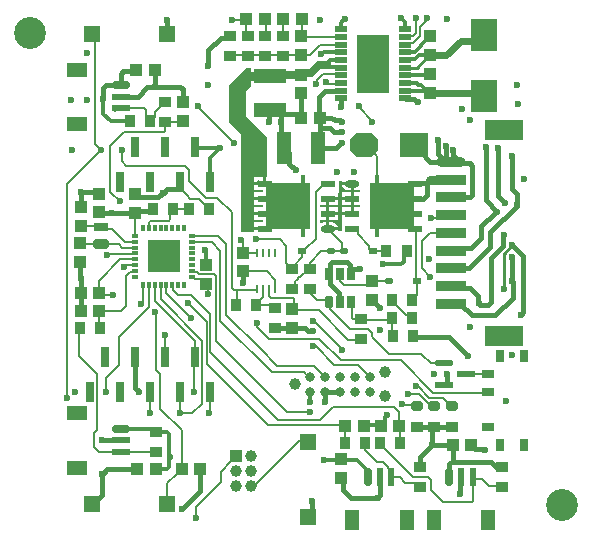
<source format=gbr>
%TF.GenerationSoftware,Altium Limited,Altium NEXUS,3.2.6 (83)*%
G04 Layer_Physical_Order=1*
G04 Layer_Color=255*
%FSLAX44Y44*%
%MOMM*%
%TF.SameCoordinates,1D3023CA-0B4D-445B-B615-3EAEB33096E1*%
%TF.FilePolarity,Positive*%
%TF.FileFunction,Copper,L1,Top,Signal*%
%TF.Part,Single*%
G01*
G75*
%TA.AperFunction,SMDPad,CuDef*%
%ADD10R,1.0000X1.0000*%
%ADD11R,1.0000X0.9000*%
G04:AMPARAMS|DCode=12|XSize=0.6mm|YSize=1.55mm|CornerRadius=0mm|HoleSize=0mm|Usage=FLASHONLY|Rotation=0.000|XOffset=0mm|YOffset=0mm|HoleType=Round|Shape=Octagon|*
%AMOCTAGOND12*
4,1,8,-0.1500,0.7750,0.1500,0.7750,0.3000,0.6250,0.3000,-0.6250,0.1500,-0.7750,-0.1500,-0.7750,-0.3000,-0.6250,-0.3000,0.6250,-0.1500,0.7750,0.0*
%
%ADD12OCTAGOND12*%

%ADD13R,0.6000X1.5500*%
%ADD14R,1.2000X1.8000*%
%ADD15R,0.9000X1.0000*%
%ADD16R,1.0000X1.0000*%
%ADD17R,2.7500X2.7500*%
%ADD18R,0.3000X0.6000*%
%ADD19R,0.6000X0.3000*%
%ADD20R,1.0000X0.7000*%
%ADD21R,0.8000X1.0000*%
%TA.AperFunction,BGAPad,CuDef*%
%ADD22C,0.8000*%
%TA.AperFunction,SMDPad,CuDef*%
%ADD23R,1.4000X1.4000*%
%ADD24R,0.2500X0.7500*%
%ADD25R,1.8000X1.2000*%
%ADD26R,1.5500X0.6000*%
G04:AMPARAMS|DCode=27|XSize=0.6mm|YSize=1.55mm|CornerRadius=0mm|HoleSize=0mm|Usage=FLASHONLY|Rotation=270.000|XOffset=0mm|YOffset=0mm|HoleType=Round|Shape=Octagon|*
%AMOCTAGOND27*
4,1,8,0.7750,0.1500,0.7750,-0.1500,0.6250,-0.3000,-0.6250,-0.3000,-0.7750,-0.1500,-0.7750,0.1500,-0.6250,0.3000,0.6250,0.3000,0.7750,0.1500,0.0*
%
%ADD27OCTAGOND27*%

G04:AMPARAMS|DCode=28|XSize=0.5mm|YSize=0.71mm|CornerRadius=0mm|HoleSize=0mm|Usage=FLASHONLY|Rotation=270.000|XOffset=0mm|YOffset=0mm|HoleType=Round|Shape=Octagon|*
%AMOCTAGOND28*
4,1,8,0.3550,0.1250,0.3550,-0.1250,0.2300,-0.2500,-0.2300,-0.2500,-0.3550,-0.1250,-0.3550,0.1250,-0.2300,0.2500,0.2300,0.2500,0.3550,0.1250,0.0*
%
%ADD28OCTAGOND28*%

%ADD29R,0.7100X0.5000*%
G04:AMPARAMS|DCode=30|XSize=0.55mm|YSize=1.55mm|CornerRadius=0mm|HoleSize=0mm|Usage=FLASHONLY|Rotation=90.000|XOffset=0mm|YOffset=0mm|HoleType=Round|Shape=Octagon|*
%AMOCTAGOND30*
4,1,8,-0.7750,-0.1375,-0.7750,0.1375,-0.6375,0.2750,0.6375,0.2750,0.7750,0.1375,0.7750,-0.1375,0.6375,-0.2750,-0.6375,-0.2750,-0.7750,-0.1375,0.0*
%
%ADD30OCTAGOND30*%

%ADD31R,1.5500X0.5500*%
%ADD32R,0.6500X1.1000*%
G04:AMPARAMS|DCode=33|XSize=0.65mm|YSize=1.1mm|CornerRadius=0mm|HoleSize=0mm|Usage=FLASHONLY|Rotation=180.000|XOffset=0mm|YOffset=0mm|HoleType=Round|Shape=Octagon|*
%AMOCTAGOND33*
4,1,8,0.1625,-0.5500,-0.1625,-0.5500,-0.3250,-0.3875,-0.3250,0.3875,-0.1625,0.5500,0.1625,0.5500,0.3250,0.3875,0.3250,-0.3875,0.1625,-0.5500,0.0*
%
%ADD33OCTAGOND33*%

%ADD34R,1.3000X0.8000*%
G04:AMPARAMS|DCode=35|XSize=0.8mm|YSize=1.3mm|CornerRadius=0mm|HoleSize=0mm|Usage=FLASHONLY|Rotation=90.000|XOffset=0mm|YOffset=0mm|HoleType=Round|Shape=Octagon|*
%AMOCTAGOND35*
4,1,8,-0.6500,-0.2000,-0.6500,0.2000,-0.4500,0.4000,0.4500,0.4000,0.6500,0.2000,0.6500,-0.2000,0.4500,-0.4000,-0.4500,-0.4000,-0.6500,-0.2000,0.0*
%
%ADD35OCTAGOND35*%

%ADD36R,1.4000X1.4000*%
G04:AMPARAMS|DCode=37|XSize=1mm|YSize=0.9mm|CornerRadius=0mm|HoleSize=0mm|Usage=FLASHONLY|Rotation=0.000|XOffset=0mm|YOffset=0mm|HoleType=Round|Shape=Octagon|*
%AMOCTAGOND37*
4,1,8,0.5000,-0.2250,0.5000,0.2250,0.2750,0.4500,-0.2750,0.4500,-0.5000,0.2250,-0.5000,-0.2250,-0.2750,-0.4500,0.2750,-0.4500,0.5000,-0.2250,0.0*
%
%ADD37OCTAGOND37*%

%ADD38R,1.2700X0.6000*%
%ADD39O,1.2700X0.6000*%
%ADD40R,3.8100X3.9100*%
%ADD41R,0.4000X5.3000*%
%ADD42R,2.3500X2.0500*%
G04:AMPARAMS|DCode=43|XSize=2.05mm|YSize=2.35mm|CornerRadius=0mm|HoleSize=0mm|Usage=FLASHONLY|Rotation=90.000|XOffset=0mm|YOffset=0mm|HoleType=Round|Shape=Octagon|*
%AMOCTAGOND43*
4,1,8,-1.1750,-0.5125,-1.1750,0.5125,-0.6625,1.0250,0.6625,1.0250,1.1750,0.5125,1.1750,-0.5125,0.6625,-1.0250,-0.6625,-1.0250,-1.1750,-0.5125,0.0*
%
%ADD43OCTAGOND43*%

%ADD44R,2.2000X2.7000*%
%ADD45R,0.7400X1.7000*%
%ADD46R,1.3000X2.7000*%
%ADD47R,2.7000X1.3000*%
%ADD48R,2.7400X4.9500*%
%ADD49R,1.1000X0.5000*%
%ADD50R,2.5000X0.9000*%
%ADD51O,2.5000X0.9000*%
%ADD52R,3.3000X1.8000*%
%TA.AperFunction,Conductor*%
%ADD53C,0.1710*%
%ADD54C,0.3000*%
%ADD55C,0.4000*%
%ADD56C,0.1713*%
%ADD57C,0.2000*%
%ADD58C,0.2500*%
%ADD59C,0.6000*%
%ADD60C,0.8000*%
%ADD61C,0.7000*%
%ADD62C,0.2540*%
%TA.AperFunction,ComponentPad*%
%ADD63C,1.0000*%
%ADD64R,1.0000X1.0000*%
%TA.AperFunction,ViaPad*%
%ADD65C,2.7000*%
%ADD66C,0.6000*%
G36*
X524827Y1360962D02*
X524650Y1360070D01*
X533396D01*
Y1358800D01*
X534666D01*
Y1353152D01*
X536746D01*
X538908Y1353582D01*
X539750Y1354144D01*
Y1351640D01*
X534666D01*
Y1346100D01*
Y1340560D01*
X539750D01*
Y1338940D01*
X534666D01*
Y1333400D01*
X533396D01*
Y1332130D01*
X524506D01*
Y1328250D01*
X524250D01*
X524250Y1318750D01*
X521211D01*
X521346Y1319430D01*
X512600D01*
Y1320700D01*
X511330D01*
Y1326349D01*
X509250D01*
X507088Y1325919D01*
X506304Y1325395D01*
Y1327860D01*
X511330D01*
Y1333400D01*
Y1338940D01*
X506304D01*
Y1340560D01*
X511330D01*
Y1346100D01*
X512600D01*
Y1347370D01*
X521490D01*
Y1351250D01*
X521750D01*
X521750Y1361250D01*
X525020Y1361250D01*
X524827Y1360962D01*
D02*
G37*
G36*
X447460Y1440960D02*
X447460D01*
X443500Y1437000D01*
X443500Y1416000D01*
X447460Y1412040D01*
Y1411960D01*
X447540D01*
X461250Y1398250D01*
Y1364340D01*
X460470D01*
Y1358800D01*
X459200D01*
Y1357530D01*
X450310D01*
Y1353260D01*
X457410D01*
Y1351640D01*
X450310D01*
Y1347370D01*
X459200D01*
Y1344830D01*
X450310D01*
Y1340560D01*
X457410D01*
Y1338940D01*
X450310D01*
Y1334670D01*
X459200D01*
Y1332130D01*
X450310D01*
Y1327860D01*
X457410D01*
Y1326240D01*
X450310D01*
Y1321970D01*
X459200D01*
Y1319430D01*
X450310D01*
Y1317750D01*
X439250D01*
X439250Y1401000D01*
X429000Y1411250D01*
X429000Y1442000D01*
X443500Y1456500D01*
X447460D01*
Y1440960D01*
D02*
G37*
%LPC*%
G36*
X532126Y1357530D02*
X524650D01*
X524827Y1356638D01*
X526052Y1354806D01*
X527884Y1353582D01*
X530046Y1353152D01*
X532126D01*
Y1357530D01*
D02*
G37*
G36*
Y1351640D02*
X524506D01*
Y1347370D01*
X532126D01*
Y1351640D01*
D02*
G37*
G36*
Y1344830D02*
X524506D01*
Y1340560D01*
X532126D01*
Y1344830D01*
D02*
G37*
G36*
X521490Y1344830D02*
X513870D01*
Y1340560D01*
X521490D01*
Y1344830D01*
D02*
G37*
G36*
X532126Y1338940D02*
X524506D01*
Y1334670D01*
X532126D01*
Y1338940D01*
D02*
G37*
G36*
X521490D02*
X513870D01*
Y1334670D01*
X521490D01*
Y1338940D01*
D02*
G37*
G36*
Y1332130D02*
X513870D01*
Y1327860D01*
X521490D01*
Y1332130D01*
D02*
G37*
G36*
X515950Y1326349D02*
X513870D01*
Y1321970D01*
X521346D01*
X521169Y1322862D01*
X519944Y1324694D01*
X518112Y1325919D01*
X515950Y1326349D01*
D02*
G37*
G36*
X457930Y1364340D02*
X450310D01*
Y1360070D01*
X457930D01*
Y1364340D01*
D02*
G37*
%LPD*%
D10*
X388750Y1117250D02*
D03*
X404750D02*
D03*
X351000D02*
D03*
X367000D02*
D03*
X319250Y1266250D02*
D03*
X303250D02*
D03*
X303250Y1251250D02*
D03*
X319250D02*
D03*
X366250Y1455250D02*
D03*
X350250D02*
D03*
X618250Y1137500D02*
D03*
X634250D02*
D03*
X527500Y1154000D02*
D03*
X543500D02*
D03*
X573250D02*
D03*
X557250D02*
D03*
X490000Y1414750D02*
D03*
X506000D02*
D03*
X459750Y1498500D02*
D03*
X443750D02*
D03*
X490500D02*
D03*
X474500D02*
D03*
D11*
X367000Y1132000D02*
D03*
Y1149000D02*
D03*
X659750Y1102000D02*
D03*
Y1119000D02*
D03*
X590750Y1102000D02*
D03*
Y1119000D02*
D03*
X375000Y1428250D02*
D03*
Y1411250D02*
D03*
X482500Y1287000D02*
D03*
Y1270000D02*
D03*
X467500Y1253250D02*
D03*
Y1236250D02*
D03*
X540500Y1244500D02*
D03*
Y1227500D02*
D03*
X602750Y1153250D02*
D03*
X497500Y1287000D02*
D03*
Y1270000D02*
D03*
X617750Y1153250D02*
D03*
X587750D02*
D03*
X429750Y1467250D02*
D03*
Y1484250D02*
D03*
X459750Y1467250D02*
D03*
Y1484250D02*
D03*
X444750Y1467250D02*
D03*
Y1484250D02*
D03*
X474750Y1467250D02*
D03*
Y1484250D02*
D03*
D12*
X546500Y1110500D02*
D03*
X615500D02*
D03*
D13*
X556500D02*
D03*
X566500D02*
D03*
X625500D02*
D03*
X635500D02*
D03*
D14*
X579500Y1073750D02*
D03*
X533500D02*
D03*
X648500D02*
D03*
X602500D02*
D03*
D15*
X362250Y1411500D02*
D03*
X345250D02*
D03*
X319750Y1236250D02*
D03*
X302750D02*
D03*
X412000Y1337000D02*
D03*
X395000D02*
D03*
X573750Y1139000D02*
D03*
X556750D02*
D03*
X452000Y1256500D02*
D03*
X435000D02*
D03*
X567250Y1245000D02*
D03*
X584250D02*
D03*
X567250Y1260000D02*
D03*
X584250D02*
D03*
X567750Y1230000D02*
D03*
X584750D02*
D03*
X381750Y1337000D02*
D03*
X364750D02*
D03*
X544000Y1139000D02*
D03*
X527000D02*
D03*
X562250Y1301750D02*
D03*
X579250D02*
D03*
D16*
X319250Y1334500D02*
D03*
Y1350500D02*
D03*
X390000Y1411750D02*
D03*
Y1427750D02*
D03*
X550000Y1276750D02*
D03*
Y1260750D02*
D03*
X482500Y1252750D02*
D03*
Y1236750D02*
D03*
X303250Y1322750D02*
D03*
Y1338750D02*
D03*
X303000Y1292750D02*
D03*
Y1308750D02*
D03*
X440500Y1284500D02*
D03*
Y1300500D02*
D03*
X524000Y1125750D02*
D03*
Y1109750D02*
D03*
X349500Y1349750D02*
D03*
Y1333750D02*
D03*
X409750Y1290250D02*
D03*
Y1274250D02*
D03*
X490000Y1435250D02*
D03*
Y1451250D02*
D03*
X598750Y1435500D02*
D03*
Y1451500D02*
D03*
Y1467750D02*
D03*
Y1483750D02*
D03*
X489750Y1467750D02*
D03*
Y1483750D02*
D03*
D17*
X373500Y1297250D02*
D03*
D18*
X356000Y1321250D02*
D03*
X361000D02*
D03*
X366000D02*
D03*
X371000D02*
D03*
X376000D02*
D03*
X381000D02*
D03*
X386000D02*
D03*
X391000D02*
D03*
Y1273250D02*
D03*
X386000D02*
D03*
X381000D02*
D03*
X376000D02*
D03*
X371000D02*
D03*
X366000D02*
D03*
X361000D02*
D03*
X356000D02*
D03*
D19*
X397500Y1314750D02*
D03*
Y1309750D02*
D03*
Y1304750D02*
D03*
Y1299750D02*
D03*
Y1294750D02*
D03*
Y1289750D02*
D03*
Y1284750D02*
D03*
Y1279750D02*
D03*
X349500D02*
D03*
Y1284750D02*
D03*
Y1289750D02*
D03*
Y1294750D02*
D03*
Y1299750D02*
D03*
Y1304750D02*
D03*
Y1309750D02*
D03*
Y1314750D02*
D03*
D20*
X648500Y1152750D02*
D03*
Y1182750D02*
D03*
Y1197750D02*
D03*
D21*
X678500Y1137750D02*
D03*
X658500D02*
D03*
X678500Y1212750D02*
D03*
X658500D02*
D03*
D22*
X497600Y1182500D02*
D03*
X510300D02*
D03*
X523000D02*
D03*
X535700D02*
D03*
X548400D02*
D03*
Y1195200D02*
D03*
X535700D02*
D03*
X523000D02*
D03*
X510300D02*
D03*
X497600D02*
D03*
D23*
X312750Y1087500D02*
D03*
X376750D02*
D03*
Y1485750D02*
D03*
X312750D02*
D03*
D24*
X468000Y1300500D02*
D03*
X463000D02*
D03*
X458000D02*
D03*
X453000D02*
D03*
X468000Y1269500D02*
D03*
X463000D02*
D03*
X458000D02*
D03*
X453000D02*
D03*
D25*
X300500Y1455500D02*
D03*
Y1409500D02*
D03*
Y1164500D02*
D03*
Y1118500D02*
D03*
D26*
X337250Y1422500D02*
D03*
Y1432500D02*
D03*
Y1131500D02*
D03*
Y1141500D02*
D03*
D27*
Y1442500D02*
D03*
Y1151500D02*
D03*
D28*
X515000Y1301750D02*
D03*
X564000Y1276250D02*
D03*
X526500Y1301750D02*
D03*
D29*
X491000D02*
D03*
X588000Y1276250D02*
D03*
X550500Y1301750D02*
D03*
D30*
X611250Y1207000D02*
D03*
D31*
Y1188000D02*
D03*
X629750Y1197500D02*
D03*
D32*
X523000Y1282250D02*
D03*
X513500D02*
D03*
X532500D02*
D03*
Y1258250D02*
D03*
X523000D02*
D03*
D33*
X513500D02*
D03*
D34*
X320250Y1321750D02*
D03*
D35*
Y1307750D02*
D03*
D36*
X495500Y1076500D02*
D03*
Y1140500D02*
D03*
D37*
X602750Y1170250D02*
D03*
X617750D02*
D03*
X587750D02*
D03*
D38*
X459200Y1358800D02*
D03*
Y1346100D02*
D03*
Y1333400D02*
D03*
Y1320700D02*
D03*
X512600Y1358800D02*
D03*
Y1346100D02*
D03*
Y1333400D02*
D03*
X533396Y1346100D02*
D03*
Y1333400D02*
D03*
Y1320700D02*
D03*
X586796Y1358800D02*
D03*
Y1346100D02*
D03*
Y1333400D02*
D03*
Y1320700D02*
D03*
D39*
X512600D02*
D03*
X533396Y1358800D02*
D03*
D40*
X479000Y1339750D02*
D03*
X566996D02*
D03*
D41*
X491996D02*
D03*
X554000D02*
D03*
D42*
X586000Y1391250D02*
D03*
D43*
X543500D02*
D03*
D44*
X645000Y1485000D02*
D03*
Y1433000D02*
D03*
D45*
X361700Y1182470D02*
D03*
X310900D02*
D03*
X323600Y1212470D02*
D03*
X336300Y1182470D02*
D03*
X349000Y1212470D02*
D03*
X374400D02*
D03*
X387100Y1182470D02*
D03*
X399800Y1212470D02*
D03*
X412500Y1182470D02*
D03*
X336300Y1360270D02*
D03*
X349000Y1390270D02*
D03*
X361700Y1360270D02*
D03*
X374400Y1390270D02*
D03*
X387100Y1360270D02*
D03*
X399800Y1390270D02*
D03*
X412500Y1360270D02*
D03*
D46*
X504500Y1389250D02*
D03*
X475500D02*
D03*
D47*
X463500Y1421000D02*
D03*
Y1450000D02*
D03*
D48*
X550750Y1460250D02*
D03*
D49*
X578000Y1489500D02*
D03*
Y1483000D02*
D03*
Y1476500D02*
D03*
Y1470000D02*
D03*
Y1463500D02*
D03*
Y1457000D02*
D03*
Y1450500D02*
D03*
Y1444000D02*
D03*
Y1437500D02*
D03*
Y1431000D02*
D03*
X523500D02*
D03*
Y1437500D02*
D03*
Y1444000D02*
D03*
Y1450500D02*
D03*
Y1457000D02*
D03*
Y1463500D02*
D03*
Y1470000D02*
D03*
Y1476500D02*
D03*
Y1483000D02*
D03*
Y1489500D02*
D03*
D50*
X616500Y1257250D02*
D03*
Y1272250D02*
D03*
Y1287250D02*
D03*
Y1302250D02*
D03*
Y1317250D02*
D03*
Y1332250D02*
D03*
Y1347250D02*
D03*
Y1362250D02*
D03*
D51*
Y1377250D02*
D03*
D52*
X661500Y1230250D02*
D03*
Y1404250D02*
D03*
D53*
X401000Y1075835D02*
Y1085000D01*
X388750Y1121395D02*
Y1150250D01*
X387188Y1119834D02*
X388750Y1121395D01*
X387043Y1119834D02*
X387188D01*
X370600Y1168400D02*
X388750Y1150250D01*
X370600Y1168400D02*
X370600D01*
X370250Y1168750D02*
X370600Y1168400D01*
X401000Y1085000D02*
X422250Y1106250D01*
Y1115147D01*
X430858Y1123755D01*
X560395Y1134855D02*
X560395D01*
X584358Y1110892D02*
X597711D01*
X560395Y1134855D02*
X584358Y1110892D01*
X556750Y1138500D02*
X560395Y1134855D01*
X315000Y1135750D02*
Y1148000D01*
Y1135750D02*
X319000Y1131750D01*
X336000D01*
X315000Y1148000D02*
X317455Y1150455D01*
Y1197545D01*
X302250Y1212750D02*
X317455Y1197545D01*
X324500Y1194250D02*
X336000Y1205750D01*
Y1229294D01*
X324500Y1182855D02*
Y1194250D01*
X635500Y1109395D02*
X636145Y1108750D01*
X649250Y1102750D02*
X658826D01*
X636145Y1108750D02*
X643250D01*
X635500D02*
Y1109395D01*
X643250Y1108750D02*
X649250Y1102750D01*
X635500Y1090502D02*
Y1108750D01*
Y1109395D02*
Y1110500D01*
X315250Y1392605D02*
X320605Y1387250D01*
X312750Y1485750D02*
X315250Y1483250D01*
Y1392605D02*
Y1483250D01*
X340000Y1402500D02*
X373998D01*
X375000Y1403502D02*
Y1411250D01*
X373998Y1402500D02*
X375000Y1403502D01*
X292040Y1358790D02*
X320605Y1387355D01*
X362250Y1411500D02*
X365895Y1415145D01*
Y1419645D01*
X374500Y1428250D01*
X375000D01*
X358605Y1415145D02*
X362250Y1411500D01*
X358605Y1415145D02*
Y1421145D01*
X357250Y1422500D02*
X358605Y1421145D01*
X375000Y1411250D02*
X389500D01*
X390000Y1411750D01*
X402000Y1424750D02*
X433250Y1393500D01*
X402000Y1424750D02*
X402500D01*
X433250Y1392875D02*
Y1393500D01*
X328500Y1391000D02*
X340000Y1402500D01*
X366500Y1131500D02*
X367000Y1132000D01*
X337250Y1131500D02*
X366500D01*
X376750Y1087500D02*
Y1105313D01*
X386911Y1115411D02*
Y1117455D01*
X384605Y1113105D02*
X386911Y1115411D01*
X384542Y1113105D02*
X384605D01*
X376750Y1105313D02*
X384542Y1113105D01*
X367000Y1132000D02*
X367500D01*
X587105Y1105645D02*
X590750Y1102000D01*
X578355Y1105645D02*
X587105D01*
X573500Y1110500D02*
X578355Y1105645D01*
X597711Y1110892D02*
X600250Y1108353D01*
Y1099500D02*
X604250Y1095500D01*
X600250Y1099500D02*
Y1108353D01*
X604250Y1095500D02*
Y1095500D01*
Y1095500D02*
X610250Y1089500D01*
X566500Y1110500D02*
X573500D01*
X610250Y1089500D02*
X634498D01*
X556750Y1138500D02*
Y1139000D01*
X374400Y1212470D02*
X376645Y1210225D01*
X370250Y1168750D02*
Y1197500D01*
X374400Y1212470D02*
Y1230650D01*
X366750Y1201000D02*
X370250Y1197500D01*
X366750Y1201000D02*
Y1249956D01*
X399500Y1182897D02*
Y1212470D01*
X292040Y1177133D02*
Y1358790D01*
X328500Y1351750D02*
X336250Y1344000D01*
X328500Y1351750D02*
Y1391000D01*
X341750Y1255250D02*
Y1280538D01*
X345317Y1284105D01*
X337750Y1251250D02*
X341750Y1255250D01*
X319250Y1251250D02*
X337750D01*
X319000Y1251000D02*
X319250Y1251250D01*
X319000Y1237000D02*
Y1249750D01*
Y1251000D01*
Y1237000D02*
X319750Y1236250D01*
X302000Y1232500D02*
X302250Y1232250D01*
Y1212750D02*
Y1232250D01*
X349125Y1299375D02*
X349500Y1299750D01*
X327078Y1299375D02*
X349125D01*
X341813Y1288313D02*
X342044Y1288544D01*
X356000Y1259806D02*
Y1273250D01*
X396019Y1245277D02*
Y1246231D01*
X325766Y1298063D02*
X327078Y1299375D01*
X340017Y1288313D02*
X341813D01*
X342044Y1288544D02*
Y1289750D01*
X349500D01*
X354605Y1257250D02*
Y1258411D01*
X356000Y1259806D01*
X396019Y1245277D02*
X396441Y1244855D01*
X376000Y1266250D02*
X396019Y1246231D01*
X376000Y1266250D02*
Y1273250D01*
X554000Y1339750D02*
Y1382119D01*
X613750Y1329500D02*
X616500Y1332250D01*
X600250Y1329500D02*
X613750D01*
X447950Y1102500D02*
X449750D01*
X489000Y1141750D02*
X499250D01*
X449750Y1102500D02*
X489000Y1141750D01*
X550000Y1229500D02*
Y1232750D01*
X551000Y1228500D02*
Y1228500D01*
X550000Y1229500D02*
X551000Y1228500D01*
Y1228500D02*
X564614Y1214886D01*
X546750Y1236000D02*
X550000Y1232750D01*
X436020Y1268730D02*
X452004D01*
X452274Y1269000D01*
X435750D02*
X436020Y1268730D01*
X432905Y1269000D02*
X435750D01*
X431250Y1270655D02*
Y1334750D01*
Y1270655D02*
X432905Y1269000D01*
X435750Y1257250D02*
Y1268662D01*
X463000Y1264080D02*
Y1269500D01*
Y1264080D02*
X464820Y1262260D01*
X482748D01*
X452000Y1257000D02*
X457605Y1262605D01*
Y1269500D01*
X451500Y1312000D02*
X471750D01*
X477579Y1306171D01*
Y1291921D02*
Y1306171D01*
X435750Y1268662D02*
Y1269000D01*
X550250Y1411103D02*
Y1412250D01*
X539000Y1423500D02*
Y1425000D01*
Y1423500D02*
X550250Y1412250D01*
X517750Y1205500D02*
X538100D01*
X502250Y1221000D02*
X517750Y1205500D01*
X538100D02*
X548400Y1195200D01*
X500250Y1221000D02*
X502250D01*
X477750Y1165250D02*
X496750D01*
X417605Y1225395D02*
X477750Y1165250D01*
X506153Y1158855D02*
X516750Y1169452D01*
X470395Y1158855D02*
X506153D01*
X413250Y1216000D02*
X470395Y1158855D01*
X462184Y1154352D02*
X527000D01*
X410000Y1206536D02*
X462184Y1154352D01*
X588855Y1187395D02*
X598645Y1177605D01*
X587311Y1187395D02*
X588855D01*
X617250Y1170250D02*
X617750D01*
X609895Y1177605D02*
X617250Y1170250D01*
X598645Y1177605D02*
X609895D01*
X580750Y1181000D02*
X590000D01*
X601000Y1170000D01*
X634498Y1089500D02*
X635500Y1090502D01*
X560683Y1121105D02*
X562355Y1119433D01*
X564355Y1117395D02*
X564355D01*
X562355Y1119395D02*
Y1119433D01*
X560682Y1121105D02*
X560683D01*
X554204Y1122796D02*
X558991D01*
X560682Y1121105D01*
X564355Y1117395D02*
X566500Y1115250D01*
X562355Y1119395D02*
X564355Y1117395D01*
X516750Y1169452D02*
X569007D01*
X573000Y1165459D01*
Y1159000D02*
Y1165459D01*
X527000Y1143750D02*
Y1154352D01*
X544000Y1133000D02*
X554204Y1122796D01*
X544000Y1133000D02*
Y1143250D01*
X566500Y1110500D02*
Y1115250D01*
X573250Y1158750D02*
X573750Y1158250D01*
X573000Y1159000D02*
X573250Y1158750D01*
X573750Y1143750D02*
Y1158250D01*
X570105Y1139605D02*
X573750Y1143250D01*
Y1143750D01*
X564614Y1214886D02*
X577364D01*
X531250Y1236000D02*
X546750D01*
X577364Y1214886D02*
X591692D01*
X462817Y1227395D02*
X505553D01*
X452956Y1237256D02*
X462817Y1227395D01*
X452956Y1237256D02*
Y1240794D01*
X505553Y1227395D02*
X523802Y1209146D01*
X500750Y1242750D02*
X525000Y1218500D01*
Y1218250D02*
Y1218500D01*
X480500Y1288500D02*
X483000D01*
X477579Y1291921D02*
X477579Y1291921D01*
Y1291421D02*
Y1291921D01*
Y1291421D02*
X480500Y1288500D01*
X483000Y1271500D02*
X485063Y1273563D01*
X486645Y1277645D02*
Y1277645D01*
X485063Y1276063D02*
X486645Y1277645D01*
X485063Y1273563D02*
Y1276063D01*
X486645Y1277645D02*
X488645Y1279645D01*
X488683D01*
X490355Y1281317D01*
Y1281355D01*
X493355Y1283355D02*
X497500Y1287500D01*
Y1292000D01*
X492355Y1283355D02*
X493355D01*
X490355Y1281355D02*
X492355Y1283355D01*
X503500Y1260250D02*
X511105D01*
X498313Y1265437D02*
Y1270687D01*
Y1265437D02*
X503500Y1260250D01*
X483000Y1288500D02*
X491000Y1296500D01*
Y1301750D01*
X435000Y1256500D02*
X435750Y1257250D01*
X511105Y1260250D02*
X512124Y1259231D01*
Y1256252D02*
Y1259231D01*
X507250Y1301750D02*
X515000D01*
X497500Y1292000D02*
X507250Y1301750D01*
X492050D02*
X493695Y1303395D01*
Y1303445D01*
X502250Y1312000D01*
X512600Y1335250D02*
X514450Y1333400D01*
X515000Y1301750D02*
X523250D01*
X512600Y1320700D02*
X525000Y1308300D01*
Y1302000D02*
X525250Y1301750D01*
X525000Y1302000D02*
Y1308300D01*
X537863Y1316137D02*
Y1318555D01*
X535718Y1320700D02*
X537863Y1318555D01*
Y1316137D02*
X547500Y1306500D01*
Y1303395D02*
X549145Y1301750D01*
X549250D01*
X547500Y1303395D02*
Y1306500D01*
X549250Y1301750D02*
X559750D01*
X533396Y1320700D02*
X535718D01*
X533937Y1244558D02*
X540442D01*
X533000Y1245494D02*
Y1257750D01*
X540442Y1244558D02*
X541230Y1243770D01*
X533000Y1245494D02*
X533937Y1244558D01*
X541230Y1243770D02*
X547063D01*
X547083Y1243750D02*
X567250D01*
X547063Y1243770D02*
X547083Y1243750D01*
X514771Y1252479D02*
X531250Y1236000D01*
X523802Y1209146D02*
X574604D01*
X452500Y1241250D02*
X452956Y1240794D01*
X514771Y1252479D02*
Y1253605D01*
X512124Y1256252D02*
X514771Y1253605D01*
X409252Y1347000D02*
X419000D01*
X407337Y1348915D02*
X407337D01*
X409252Y1347000D01*
X338000Y1378000D02*
Y1387250D01*
X342000Y1374000D02*
X391500D01*
X338000Y1378000D02*
X342000Y1374000D01*
X504750Y1251500D02*
X529750Y1226500D01*
X483750Y1252750D02*
X485000Y1251500D01*
X504750D01*
X529750Y1226500D02*
X539500D01*
X414395Y1309105D02*
X421750Y1301750D01*
X398145Y1309105D02*
X414395D01*
X421750Y1242500D02*
Y1301750D01*
X397500Y1309750D02*
X398145Y1309105D01*
X421750Y1242500D02*
X465173Y1199077D01*
X419500Y1314750D02*
X426750Y1307500D01*
X415933Y1282105D02*
X417605Y1280433D01*
Y1225395D02*
Y1280433D01*
X426750Y1247750D02*
X455000Y1219500D01*
X426750Y1247750D02*
Y1307500D01*
X419000Y1347000D02*
X431250Y1334750D01*
X452000Y1256500D02*
Y1257000D01*
X482748Y1262260D02*
X483750Y1261258D01*
Y1252750D02*
Y1261258D01*
X567250Y1243000D02*
Y1243750D01*
Y1227250D02*
Y1243000D01*
X532500Y1258250D02*
X533000Y1257750D01*
X413250Y1216000D02*
Y1248500D01*
X381645Y1269068D02*
Y1272605D01*
Y1269068D02*
X385786Y1264926D01*
X396824D01*
X366228Y1250478D02*
X366750Y1249956D01*
X399800Y1212470D02*
Y1225950D01*
X366000Y1259750D02*
Y1273250D01*
Y1259750D02*
X399800Y1225950D01*
X394019Y1257811D02*
X410000Y1241831D01*
Y1206536D02*
Y1241831D01*
X396824Y1264926D02*
X413250Y1248500D01*
X374400Y1230650D02*
X374522Y1230772D01*
X336000Y1229294D02*
X361000Y1254294D01*
Y1273250D01*
X404320Y1282105D02*
X415933D01*
X404030Y1282395D02*
X404320Y1282105D01*
X397998Y1284252D02*
X401710D01*
X403567Y1282395D02*
X404030D01*
X397500Y1284750D02*
X397998Y1284252D01*
X401710D02*
X403567Y1282395D01*
X399103Y1182500D02*
X399500Y1182897D01*
X324395Y1182750D02*
X324500Y1182855D01*
X345317Y1284105D02*
X348855D01*
X395250Y1361002D02*
X407337Y1348915D01*
X391500Y1374000D02*
X395250Y1370250D01*
Y1361002D02*
Y1370250D01*
X330250Y1320500D02*
X341000Y1309750D01*
X321500Y1320500D02*
X330250D01*
X319250Y1322750D02*
X321500Y1320500D01*
X337250Y1422500D02*
X357250D01*
X334395D02*
X337250D01*
X332250Y1420355D02*
X334395Y1422500D01*
X431105Y1123755D02*
X435250Y1127900D01*
X430858Y1123755D02*
X431105D01*
X539500Y1226500D02*
X540500Y1227500D01*
X501000Y1204500D02*
X510300Y1195200D01*
X455000Y1219500D02*
X470000Y1204500D01*
X501000D01*
X496069Y1195200D02*
X497600D01*
X492192Y1199077D02*
X496069Y1195200D01*
X465173Y1199077D02*
X492192D01*
X574604Y1209146D02*
X602000Y1181750D01*
X601000Y1170000D02*
X601500D01*
X599579Y1207000D02*
X611250D01*
X591692Y1214886D02*
X599579Y1207000D01*
X602000Y1181750D02*
X650250D01*
X397500Y1314750D02*
X419500D01*
X341000Y1309750D02*
X349500D01*
X320250Y1307750D02*
X335448D01*
X338447Y1304750D01*
X349500D01*
X303000Y1308750D02*
X304000Y1307750D01*
X320250D01*
X303250Y1322750D02*
X319250D01*
X455000Y1219500D02*
X455000D01*
X650250Y1181750D02*
X651250Y1182750D01*
X452000Y1256500D02*
X466750D01*
X467000Y1256250D01*
X348855Y1284105D02*
X349500Y1284750D01*
X381000Y1273250D02*
X381645Y1272605D01*
X567250Y1227250D02*
X567750Y1226750D01*
X526462Y1273250D02*
X550250D01*
X523145Y1276567D02*
X526462Y1273250D01*
X523145Y1276567D02*
Y1279855D01*
X520750Y1282250D02*
X523145Y1279855D01*
X567750Y1226250D02*
Y1226750D01*
X553250Y1276250D02*
X564000D01*
X550250Y1273250D02*
X553250Y1276250D01*
X629750Y1197500D02*
X651000D01*
X651250Y1197750D01*
X361700Y1182470D02*
X362000Y1182170D01*
Y1164750D02*
Y1182170D01*
X455850Y1358800D02*
X459200D01*
X512600Y1335250D02*
Y1346100D01*
Y1333400D02*
Y1335250D01*
X453707Y1360943D02*
X455850Y1358800D01*
X512600Y1320700D02*
Y1333400D01*
X509250Y1358800D02*
X512600D01*
X502250Y1351800D02*
X509250Y1358800D01*
X502250Y1312000D02*
Y1351800D01*
X546119Y1390000D02*
X554000Y1382119D01*
X514450Y1333400D02*
X533396D01*
X508284Y1451435D02*
X522565D01*
X510933Y1445040D02*
X511934Y1444038D01*
X503218Y1446369D02*
X508284Y1451435D01*
X503218Y1444172D02*
Y1446369D01*
X511934Y1443540D02*
X523040D01*
X511934D02*
Y1444038D01*
X502397Y1443351D02*
X503218Y1444172D01*
X522565Y1451435D02*
X523500Y1450500D01*
X523500Y1437500D02*
X523500Y1437500D01*
X506000Y1476500D02*
X523500D01*
X523040Y1443540D02*
X523500Y1444000D01*
X545000Y1390000D02*
X546119D01*
X533396Y1333400D02*
Y1346100D01*
Y1358800D01*
X566996Y1339750D02*
X575250Y1331496D01*
X596750Y1497250D02*
Y1497500D01*
X597000Y1497750D01*
X584683Y1477643D02*
X590717Y1483677D01*
Y1491217D02*
X596750Y1497250D01*
X579143Y1477643D02*
X584683D01*
X578000Y1476500D02*
X579143Y1477643D01*
X590717Y1483677D02*
Y1491217D01*
X587000Y1498000D02*
X587250Y1498250D01*
X587000Y1486460D02*
Y1498000D01*
X578000Y1483000D02*
X579143Y1484143D01*
X584683D01*
X587000Y1486460D01*
X595875Y1464875D02*
X598750Y1467750D01*
D54*
X378500Y1127250D02*
X378750Y1127500D01*
X367000Y1117250D02*
X376743D01*
X378500Y1119007D02*
Y1127250D01*
X376743Y1117250D02*
X378500Y1119007D01*
Y1127750D02*
X378750Y1127500D01*
X367250Y1148750D02*
X376743D01*
X378500Y1127750D02*
Y1146993D01*
X376743Y1148750D02*
X378500Y1146993D01*
X367000Y1149000D02*
X367250Y1148750D01*
X364500Y1151500D02*
X367000Y1149000D01*
X322667Y1417833D02*
Y1430227D01*
X329000Y1411500D02*
X345250D01*
X322667Y1417833D02*
X329000Y1411500D01*
X399800Y1390270D02*
X400820Y1389250D01*
X421000D01*
X412500Y1360270D02*
Y1380750D01*
X421000Y1389250D01*
X337250Y1151500D02*
X364500D01*
X509250Y1124750D02*
X537000D01*
X546500Y1115250D01*
X497675Y1173970D02*
X497750Y1173895D01*
X497600Y1182500D02*
X497675Y1182425D01*
Y1173970D02*
Y1182425D01*
X560750Y1161279D02*
X562527Y1163057D01*
X560750Y1157500D02*
Y1161279D01*
X544887Y1154250D02*
X557500D01*
X560750Y1157500D01*
X557250Y1154000D02*
X557500Y1154250D01*
X576750Y1292820D02*
Y1301750D01*
X559527Y1291063D02*
X574993D01*
X576750Y1292820D01*
X409750Y1290250D02*
Y1300438D01*
X509358Y1470000D02*
X523500D01*
X507938Y1468580D02*
X509358Y1470000D01*
X507126Y1468580D02*
X507938D01*
X526500Y1498250D02*
X526750D01*
X523500Y1495250D02*
X526500Y1498250D01*
X523500Y1489500D02*
Y1495250D01*
X578000Y1489500D02*
Y1495500D01*
X574500Y1499000D02*
X578000Y1495500D01*
X523000Y1457500D02*
X523500Y1457000D01*
X503500Y1457500D02*
X523000D01*
X578000Y1450500D02*
X597750D01*
X598750Y1451500D01*
X591500Y1442750D02*
X596750Y1437500D01*
X589250Y1442750D02*
X591500D01*
X596750Y1437500D02*
X598750Y1435500D01*
X578000Y1444000D02*
X588000D01*
X589250Y1442750D01*
X578000Y1437500D02*
X596750D01*
X578000Y1463500D02*
X578500Y1464000D01*
X586289D01*
X590039Y1467750D01*
X598750D01*
X591650Y1476650D02*
X598750Y1483750D01*
X591650Y1475600D02*
Y1476650D01*
X578000Y1470000D02*
X586250D01*
X588950Y1472700D01*
Y1472900D01*
X591650Y1475600D01*
X514750Y1463500D02*
X523500D01*
X511750Y1460500D02*
X514750Y1463500D01*
D55*
X404500Y1098585D02*
Y1117000D01*
X389290Y1083375D02*
X404500Y1098585D01*
Y1117000D02*
X404750Y1117250D01*
X617343Y1123250D02*
X651000D01*
X655750Y1118500D01*
X587750Y1153250D02*
X602750D01*
X366500Y1441000D02*
X387657D01*
X390000Y1427750D02*
Y1438657D01*
X387657Y1441000D02*
X390000Y1438657D01*
X322667Y1430227D02*
Y1440157D01*
X321395Y1141500D02*
X337250D01*
X325916Y1117250D02*
X346250D01*
X321854Y1113187D02*
X325916Y1117250D01*
X321312Y1113187D02*
X321854D01*
X600883Y1137883D02*
X601265Y1137500D01*
X590750Y1127750D02*
X600883Y1137883D01*
X590750Y1119000D02*
Y1127750D01*
X556500Y1095292D02*
Y1110500D01*
X634250Y1137500D02*
X637250Y1134500D01*
X644046D01*
X645240Y1133305D01*
X645781D01*
X601265Y1137500D02*
X618250D01*
Y1124157D02*
Y1137500D01*
X615500Y1121407D02*
X618250Y1124157D01*
X615500Y1110500D02*
Y1121407D01*
X312750Y1087500D02*
X317750Y1092500D01*
X318969D02*
X321312Y1094843D01*
X317750Y1092500D02*
X318969D01*
X321312Y1094843D02*
Y1113187D01*
X584750Y1230000D02*
X585500Y1229250D01*
X615500D01*
X631500Y1213250D01*
X421882Y1482132D02*
X427632D01*
X411383Y1471633D02*
X421882Y1482132D01*
X427632D02*
X429750Y1484250D01*
X411383Y1458633D02*
Y1471633D01*
X669040Y1262040D02*
Y1275520D01*
X654250Y1247250D02*
X669040Y1262040D01*
X668485Y1276075D02*
X669040Y1275520D01*
X462500Y1420000D02*
X463500Y1421000D01*
X462500Y1410853D02*
Y1420000D01*
X473250Y1391500D02*
X475500Y1389250D01*
X303500Y1352000D02*
X303883Y1351617D01*
X319625Y1334125D02*
X329375D01*
X319250Y1334500D02*
X319625Y1334125D01*
X303883Y1351617D02*
X318133D01*
X319250Y1350500D01*
X329750Y1333750D02*
X349250D01*
X329375Y1334125D02*
X329750Y1333750D01*
X303250Y1251250D02*
Y1266250D01*
X303125Y1279375D02*
Y1292625D01*
X303000Y1292750D02*
X303125Y1292625D01*
Y1279375D02*
X303250Y1279250D01*
Y1266250D02*
Y1279250D01*
Y1266250D02*
X303250Y1266250D01*
X349250Y1333750D02*
X349500Y1333500D01*
X668875Y1306750D02*
X677750Y1297875D01*
Y1249791D02*
Y1297875D01*
X676000Y1248041D02*
X677750Y1249791D01*
X676000Y1247500D02*
Y1248041D01*
X661210Y1306460D02*
Y1314210D01*
X662000Y1315000D01*
X650500Y1295750D02*
X661210Y1306460D01*
X646624Y1344626D02*
Y1389519D01*
Y1344626D02*
X656000Y1335250D01*
X616500Y1347250D02*
X632657D01*
X617457Y1376293D02*
X632657D01*
Y1347250D02*
X635000Y1349593D01*
Y1373950D01*
X632657Y1376293D02*
X635000Y1373950D01*
X589000Y1345750D02*
X593157D01*
X656782Y1348718D02*
X663000Y1342500D01*
X656782Y1348718D02*
Y1389068D01*
X642230Y1312730D02*
Y1322730D01*
X653750Y1334250D02*
X654459D01*
X655459Y1335250D02*
X656000D01*
X654459Y1334250D02*
X655459Y1335250D01*
X642230Y1322730D02*
X653750Y1334250D01*
X668533Y1354217D02*
X672750Y1350000D01*
X668533Y1354217D02*
Y1382567D01*
X672750Y1340337D02*
Y1350000D01*
X650250Y1317837D02*
X672750Y1340337D01*
X650250Y1305500D02*
Y1317837D01*
X525250Y1099843D02*
Y1109750D01*
X532343Y1092750D02*
X555040D01*
X525250Y1099843D02*
X532343Y1092750D01*
X322667Y1440157D02*
X325010Y1442500D01*
X440750Y1275250D02*
Y1284250D01*
X440625Y1275125D02*
X440750Y1275250D01*
X440500Y1284500D02*
X440750Y1284250D01*
X523625Y1424022D02*
X523750Y1423897D01*
X523625Y1424022D02*
Y1430875D01*
X506000Y1389250D02*
X519729D01*
X504500D02*
X506000D01*
X522741Y1412383D02*
X524270Y1410853D01*
X518441Y1412383D02*
X522741D01*
X473250Y1391500D02*
Y1416500D01*
X510400Y1173995D02*
X510500Y1173895D01*
X510400Y1173995D02*
Y1182400D01*
X510300Y1182500D02*
X510400Y1182400D01*
X510300Y1182500D02*
X523000D01*
X475500Y1389250D02*
X480000Y1384750D01*
Y1375841D02*
Y1384750D01*
Y1375841D02*
X485774Y1370067D01*
X611250Y1188000D02*
X612500D01*
X613250Y1188750D01*
Y1197709D01*
X376593Y1354250D02*
X385683D01*
X387100Y1355667D01*
X373593Y1351250D02*
X376593Y1354250D01*
X372709Y1351250D02*
X373593D01*
X349000Y1212470D02*
X349750Y1211720D01*
Y1185688D02*
Y1211720D01*
Y1185688D02*
X352397Y1183041D01*
Y1182500D02*
Y1183041D01*
X624711Y1096039D02*
Y1109211D01*
Y1096039D02*
X624750Y1096000D01*
X602750Y1153250D02*
X617750D01*
X600883Y1151383D02*
X602750Y1153250D01*
X600883Y1137883D02*
Y1151383D01*
X624711Y1109211D02*
X625500Y1110000D01*
X499250Y1077750D02*
X499500Y1078000D01*
Y1090500D01*
X495940Y1233810D02*
X500274D01*
X493000Y1236750D02*
X495940Y1233810D01*
X521863Y1259387D02*
Y1266348D01*
X514348Y1273863D02*
X521863Y1266348D01*
Y1259387D02*
X523000Y1258250D01*
X514348Y1273863D02*
Y1281402D01*
X513500Y1282250D02*
X514348Y1281402D01*
X514164Y1290821D02*
X515843Y1292500D01*
X528907D01*
X513500Y1282250D02*
X514164Y1282914D01*
Y1290821D01*
X531657Y1283093D02*
X532500Y1282250D01*
X531657Y1283093D02*
Y1289135D01*
X531041Y1289750D02*
X531657Y1289135D01*
X531041Y1289750D02*
Y1290365D01*
X528907Y1292500D02*
X531041Y1290365D01*
X534500Y1286750D02*
X540250D01*
X550000Y1260750D02*
X556750Y1254000D01*
X557000D01*
X483250Y1236750D02*
X493000D01*
X467500Y1236250D02*
X467750Y1236500D01*
X483000D01*
X483250Y1236750D01*
X349500Y1349750D02*
X351480Y1347770D01*
X369229D01*
X372709Y1351250D01*
X363500Y1335750D02*
X364750Y1337000D01*
X349500Y1333750D02*
X351500Y1335750D01*
X363500D01*
X303250Y1338750D02*
X303375Y1338875D01*
Y1351875D01*
X303500Y1352000D01*
X337250Y1432500D02*
X351500D01*
X366117Y1440617D02*
X366500Y1441000D01*
X359617Y1440617D02*
X366117D01*
X351500Y1432500D02*
X359617Y1440617D01*
X366250Y1455250D02*
X366375Y1455125D01*
Y1441125D02*
Y1455125D01*
Y1441125D02*
X366500Y1441000D01*
X376500Y1486000D02*
X376750Y1485750D01*
X376500Y1486000D02*
Y1497500D01*
X337250Y1442500D02*
Y1451657D01*
X339593Y1454000D02*
X349000D01*
X337250Y1451657D02*
X339593Y1454000D01*
X325010Y1442500D02*
X337250D01*
X668750Y1306750D02*
X668875D01*
X668220Y1276340D02*
Y1296617D01*
Y1276340D02*
X668750Y1275810D01*
X349000Y1454000D02*
X350250Y1455250D01*
X586796Y1320700D02*
X590146D01*
X619000Y1382913D02*
X622353Y1379560D01*
X612750Y1381500D02*
X616750Y1377500D01*
X586796Y1333400D02*
X587646Y1334250D01*
X586796Y1358800D02*
X587746Y1359750D01*
X596500D01*
X593157Y1345750D02*
X596500Y1349093D01*
Y1359750D01*
X599000Y1362250D01*
X411000Y1458250D02*
X411383Y1458633D01*
X523500Y1431000D02*
X523625Y1430875D01*
X523853Y1392979D02*
X524270Y1393397D01*
X523458Y1392979D02*
X523853D01*
X519729Y1389250D02*
X523458Y1392979D01*
X616500Y1377250D02*
X616750Y1377500D01*
X612750Y1381500D02*
Y1390500D01*
X505391Y1432641D02*
X510250Y1437500D01*
X505391Y1415359D02*
Y1432641D01*
Y1415359D02*
X506000Y1414750D01*
X517574Y1413250D02*
X518441Y1412383D01*
X472250Y1417500D02*
X473250Y1416500D01*
X468750Y1421000D02*
X472250Y1417500D01*
X487250D02*
X490000Y1414750D01*
X472250Y1417500D02*
X487250D01*
X463500Y1421000D02*
X468750D01*
X490000Y1414750D02*
Y1435250D01*
X516750Y1413250D02*
X517574D01*
X506000Y1414750D02*
X515250D01*
X516750Y1413250D01*
X506000Y1406250D02*
Y1414750D01*
Y1390750D02*
Y1406250D01*
X523887Y1402633D02*
X524270Y1402250D01*
X517867Y1402633D02*
X523887D01*
X514250Y1406250D02*
X517867Y1402633D01*
X506000Y1406250D02*
X514250D01*
X504500Y1389250D02*
X506000Y1390750D01*
X510250Y1437500D02*
X523500D01*
X578000Y1431000D02*
X578500Y1430500D01*
X585979D01*
X588084Y1428395D01*
X588625D01*
X619000Y1382913D02*
Y1387250D01*
X606250Y1383685D02*
X612685Y1377250D01*
X606250Y1383685D02*
Y1395500D01*
X620043Y1377250D02*
X622353Y1379560D01*
X599500Y1377250D02*
X612685D01*
X616500D01*
X619000Y1304750D02*
X634250D01*
X641791Y1256500D02*
X648157D01*
X618118Y1270632D02*
X633118D01*
X648157Y1256500D02*
X650500Y1258843D01*
X640791Y1257500D02*
X641791Y1256500D01*
X616500Y1272250D02*
X618118Y1270632D01*
X640011Y1257739D02*
X640250Y1257500D01*
X624500Y1257250D02*
X634500Y1247250D01*
X640011Y1257739D02*
Y1263739D01*
X616500Y1302250D02*
X619000Y1304750D01*
X616500Y1287250D02*
X616750Y1287500D01*
X634250Y1304750D02*
X642230Y1312730D01*
X616500Y1377250D02*
X617457Y1376293D01*
X634500Y1247250D02*
X654250D01*
X633118Y1270632D02*
X640011Y1263739D01*
X616750Y1287500D02*
X632250D01*
X650500Y1258843D02*
Y1295750D01*
X640250Y1257500D02*
X640791D01*
X632250Y1287500D02*
X650250Y1305500D01*
X616500Y1257250D02*
X624500D01*
X591500Y1385250D02*
X599500Y1377250D01*
X583750Y1391250D02*
X588000D01*
D56*
X386930Y1163930D02*
X387750Y1164750D01*
X398000D01*
X412250D02*
Y1165250D01*
X371000Y1261250D02*
X406357Y1225893D01*
X554000Y1315250D02*
Y1339750D01*
X576070Y1171680D02*
X586320D01*
X587750Y1170250D01*
X575250Y1172500D02*
X576070Y1171680D01*
X587500Y1276750D02*
X588000Y1276250D01*
X586796Y1320700D02*
X587500Y1319996D01*
Y1276750D02*
Y1319996D01*
X584143Y1320700D02*
X586796D01*
X371000Y1261250D02*
Y1273250D01*
X406357Y1196130D02*
Y1225893D01*
X398000Y1164750D02*
X405943Y1172693D01*
Y1195717D01*
X406357Y1196130D01*
X567250Y1259500D02*
Y1260000D01*
Y1259500D02*
X578857Y1247893D01*
X580607D01*
X584250Y1244250D01*
Y1243750D02*
Y1244250D01*
X588000Y1264250D02*
Y1276250D01*
X584250Y1260500D02*
X588000Y1264250D01*
X584250Y1260000D02*
Y1260500D01*
X412250Y1165250D02*
X412500Y1165500D01*
Y1182470D01*
X387100D02*
X387500Y1182070D01*
Y1165000D02*
X387750Y1164750D01*
X387500Y1165000D02*
Y1182070D01*
X443750Y1485250D02*
Y1498500D01*
Y1485250D02*
X444750Y1484250D01*
X442750Y1497500D02*
X443750Y1498500D01*
X431500Y1497500D02*
X442750D01*
X490750Y1484750D02*
Y1500500D01*
X489750Y1483750D02*
X490750Y1484750D01*
X489750Y1483750D02*
X490500Y1483000D01*
X523500D01*
X460000Y1484500D02*
Y1500500D01*
X459750Y1484250D02*
X460000Y1484500D01*
X474750Y1484250D02*
Y1500500D01*
X430250Y1467750D02*
X489750D01*
X429750Y1467250D02*
X430250Y1467750D01*
X489750D02*
X497250D01*
X506000Y1476500D01*
D57*
X546500Y1110500D02*
Y1115250D01*
X320750Y1264750D02*
X331000D01*
X319250Y1266250D02*
X320750Y1264750D01*
X318500Y1276750D02*
X336603Y1294853D01*
X318500Y1266250D02*
Y1276750D01*
X468000Y1269500D02*
Y1277289D01*
X460789Y1284500D02*
X468000Y1277289D01*
X440500Y1284500D02*
X460789D01*
X591939Y1287061D02*
Y1309917D01*
Y1287061D02*
X598750Y1280250D01*
X591939Y1309917D02*
X595770Y1313748D01*
X595871D01*
X599373Y1317250D01*
X412000Y1337000D02*
Y1337500D01*
X387100Y1355470D02*
Y1355667D01*
Y1355470D02*
X393025Y1349545D01*
Y1349475D02*
Y1349545D01*
Y1349475D02*
X396250Y1346250D01*
X403250D02*
X412000Y1337500D01*
X396250Y1346250D02*
X403250D01*
X440500Y1300500D02*
X451500D01*
X439000Y1311000D02*
X440500Y1309500D01*
X439000Y1311000D02*
Y1311250D01*
X440500Y1300500D02*
Y1309500D01*
X409750Y1274250D02*
X410855Y1273145D01*
X405750Y1278250D02*
X409750Y1274250D01*
X410855Y1265059D02*
Y1273145D01*
X336603Y1294853D02*
X349397D01*
X349500Y1294750D01*
X381750Y1337000D02*
X394750D01*
X395000Y1337250D01*
X361000Y1321250D02*
X361500Y1321750D01*
Y1326000D01*
X363000Y1327500D01*
X378000D02*
X379250Y1328750D01*
X363000Y1327500D02*
X378000D01*
X379250Y1328750D02*
Y1334500D01*
X381750Y1337000D01*
X397500Y1279750D02*
X399000D01*
X400500Y1278250D01*
X405750D01*
X349500Y1314750D02*
Y1333500D01*
X349500Y1314750D02*
X349500Y1314750D01*
X599373Y1317250D02*
X616500D01*
X550750Y1449200D02*
Y1460250D01*
D58*
X661430Y1269570D02*
Y1299430D01*
X668750Y1306750D01*
X661430Y1269570D02*
X661500Y1269500D01*
D59*
X613000Y1467750D02*
X625250Y1480000D01*
X598750Y1467750D02*
X613000D01*
X642500Y1435500D02*
X645000Y1433000D01*
X598750Y1435500D02*
X642500D01*
X640000Y1480000D02*
X645000Y1485000D01*
X625250Y1480000D02*
X640000D01*
D60*
X599000Y1362250D02*
X616500D01*
X445000Y1450000D02*
X463500D01*
X566996Y1339750D02*
Y1340250D01*
D61*
X503500Y1457500D02*
X505250Y1459250D01*
X498750Y1452750D02*
X503500Y1457500D01*
X505250Y1459250D02*
X512250D01*
X491500Y1452750D02*
X498750D01*
X490000Y1451250D02*
X491500Y1452750D01*
X489375Y1450625D02*
X490000Y1451250D01*
X464125Y1450625D02*
X489375D01*
X463500Y1450000D02*
X464125Y1450625D01*
D62*
X578000Y1457000D02*
X588000D01*
X595875Y1464875D01*
D63*
X561100Y1199000D02*
D03*
X484900Y1188850D02*
D03*
X561100Y1178700D02*
D03*
X435250Y1115200D02*
D03*
Y1102500D02*
D03*
X447950Y1127900D02*
D03*
Y1102500D02*
D03*
Y1115200D02*
D03*
D64*
X435250Y1127900D02*
D03*
D65*
X710500Y1086500D02*
D03*
X260500Y1486500D02*
D03*
D66*
X401000Y1075835D02*
D03*
X378750Y1127500D02*
D03*
X389290Y1083375D02*
D03*
X600883Y1137883D02*
D03*
X308855Y1469250D02*
D03*
Y1429750D02*
D03*
X402500Y1424750D02*
D03*
X438219Y1440676D02*
D03*
X421000Y1389250D02*
D03*
X433250Y1392875D02*
D03*
X321395Y1141500D02*
D03*
X387750Y1164750D02*
D03*
X645781Y1133305D02*
D03*
X321312Y1113187D02*
D03*
X626250Y1422250D02*
D03*
X632906Y1412696D02*
D03*
X661500Y1269500D02*
D03*
X668485Y1276075D02*
D03*
X462500Y1410850D02*
D03*
X296250Y1387000D02*
D03*
X295250Y1429750D02*
D03*
X303500Y1352000D02*
D03*
X329750Y1333750D02*
D03*
X331000Y1264750D02*
D03*
X303250Y1279250D02*
D03*
X368000Y1302750D02*
D03*
X379000D02*
D03*
X368000Y1291750D02*
D03*
X379000D02*
D03*
X325766Y1298063D02*
D03*
X396441Y1244855D02*
D03*
X354605Y1257250D02*
D03*
X340017Y1288313D02*
D03*
X411000Y1442500D02*
D03*
X662000Y1315000D02*
D03*
X600250Y1329500D02*
D03*
X656000Y1335250D02*
D03*
X663000Y1342500D02*
D03*
X678960Y1362750D02*
D03*
X672750Y1341000D02*
D03*
X668533Y1382567D02*
D03*
X509250Y1124750D02*
D03*
X322476Y1430418D02*
D03*
X668783Y1213559D02*
D03*
X292040Y1177133D02*
D03*
X440625Y1275125D02*
D03*
X523750Y1423897D02*
D03*
X550250Y1411103D02*
D03*
X473250Y1410850D02*
D03*
X524270Y1410853D02*
D03*
X539000Y1425000D02*
D03*
X497750Y1173895D02*
D03*
X500250Y1221000D02*
D03*
X510500Y1173895D02*
D03*
X497750Y1165250D02*
D03*
X485774Y1370067D02*
D03*
X502397Y1443351D02*
D03*
X587311Y1187395D02*
D03*
X580750Y1181000D02*
D03*
X575250Y1172500D02*
D03*
X613250Y1197500D02*
D03*
X352397Y1182500D02*
D03*
X624750Y1096000D02*
D03*
X562527Y1163057D02*
D03*
X499500Y1090500D02*
D03*
X555040Y1092750D02*
D03*
X602500Y1197500D02*
D03*
X557000Y1234560D02*
D03*
X500250Y1233810D02*
D03*
Y1242750D02*
D03*
X451500Y1312000D02*
D03*
X598540Y1295375D02*
D03*
X540250Y1286750D02*
D03*
X559527Y1291063D02*
D03*
X557000Y1254000D02*
D03*
X408500Y1302500D02*
D03*
X439000Y1311250D02*
D03*
X366228Y1250478D02*
D03*
X410855Y1265059D02*
D03*
X394019Y1257811D02*
D03*
X373250Y1351250D02*
D03*
X336250Y1344000D02*
D03*
X320605Y1387250D02*
D03*
X366500Y1441000D02*
D03*
X376500Y1497500D02*
D03*
X663210Y1174710D02*
D03*
X298750Y1182500D02*
D03*
X324395D02*
D03*
X525000Y1218250D02*
D03*
X452500Y1241250D02*
D03*
X338000Y1387250D02*
D03*
X374522Y1230772D02*
D03*
X646624Y1389519D02*
D03*
X668220Y1296617D02*
D03*
X631500Y1213250D02*
D03*
X412250Y1164750D02*
D03*
X362000D02*
D03*
X399103Y1182500D02*
D03*
X520750Y1369000D02*
D03*
X656782Y1389068D02*
D03*
X613750Y1498500D02*
D03*
X632750Y1237750D02*
D03*
X524270Y1393397D02*
D03*
X534750Y1369000D02*
D03*
X598750Y1280250D02*
D03*
X506000Y1497250D02*
D03*
X411000Y1458250D02*
D03*
X431500Y1497500D02*
D03*
X612750Y1390500D02*
D03*
X510933Y1445040D02*
D03*
X588625Y1428395D02*
D03*
X543000Y1442000D02*
D03*
X550500Y1451000D02*
D03*
X557500Y1442000D02*
D03*
X619000Y1387250D02*
D03*
X606250Y1395500D02*
D03*
X507126Y1468580D02*
D03*
X526750Y1498250D02*
D03*
X574500Y1499000D02*
D03*
X673000Y1442000D02*
D03*
X673250Y1426250D02*
D03*
X640250Y1257500D02*
D03*
X668750Y1306875D02*
D03*
X676000Y1247500D02*
D03*
X597000Y1499000D02*
D03*
X587250D02*
D03*
X550000Y1469250D02*
D03*
X543000Y1460000D02*
D03*
X557500D02*
D03*
Y1478250D02*
D03*
X543000D02*
D03*
X524270Y1402250D02*
D03*
%TF.MD5,188cfc6e1c9b019f37b25b83f4a87bac*%
M02*

</source>
